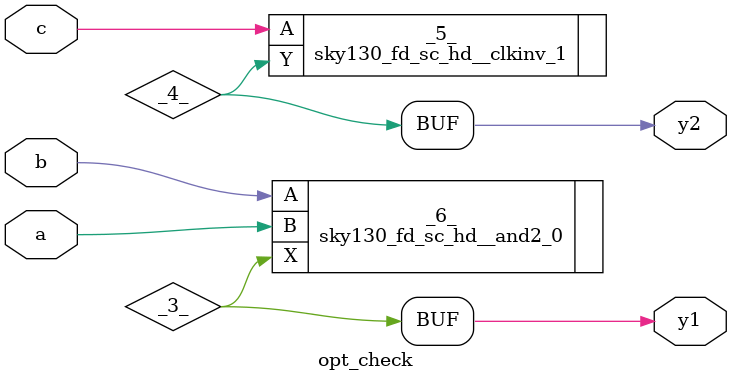
<source format=v>
/* Generated by Yosys 0.57+148 (git sha1 259bd6fb3, g++ 13.3.0-6ubuntu2~24.04 -fPIC -O3) */

(* top =  1  *)
(* src = "/home/ank/Desktop/SoC_Shwetank/verilog_files/opt_check.v:1.1-6.10" *)
module opt_check(a, b, c, y1, y2);
  (* src = "/home/ank/Desktop/SoC_Shwetank/verilog_files/opt_check.v:1.25-1.26" *)
  input a;
  wire a;
  (* src = "/home/ank/Desktop/SoC_Shwetank/verilog_files/opt_check.v:1.35-1.36" *)
  input b;
  wire b;
  (* src = "/home/ank/Desktop/SoC_Shwetank/verilog_files/opt_check.v:1.45-1.46" *)
  input c;
  wire c;
  (* src = "/home/ank/Desktop/SoC_Shwetank/verilog_files/opt_check.v:1.56-1.58" *)
  output y1;
  wire y1;
  (* src = "/home/ank/Desktop/SoC_Shwetank/verilog_files/opt_check.v:1.67-1.69" *)
  output y2;
  wire y2;
  (* src = "/home/ank/Desktop/SoC_Shwetank/verilog_files/opt_check.v:1.25-1.26" *)
  wire _0_;
  (* src = "/home/ank/Desktop/SoC_Shwetank/verilog_files/opt_check.v:1.35-1.36" *)
  wire _1_;
  (* src = "/home/ank/Desktop/SoC_Shwetank/verilog_files/opt_check.v:1.45-1.46" *)
  wire _2_;
  (* src = "/home/ank/Desktop/SoC_Shwetank/verilog_files/opt_check.v:1.56-1.58" *)
  wire _3_;
  (* src = "/home/ank/Desktop/SoC_Shwetank/verilog_files/opt_check.v:1.67-1.69" *)
  wire _4_;
  sky130_fd_sc_hd__clkinv_1 _5_ (
    .A(_2_),
    .Y(_4_)
  );
  sky130_fd_sc_hd__and2_0 _6_ (
    .A(_1_),
    .B(_0_),
    .X(_3_)
  );
  assign _2_ = c;
  assign y2 = _4_;
  assign _1_ = b;
  assign _0_ = a;
  assign y1 = _3_;
endmodule

</source>
